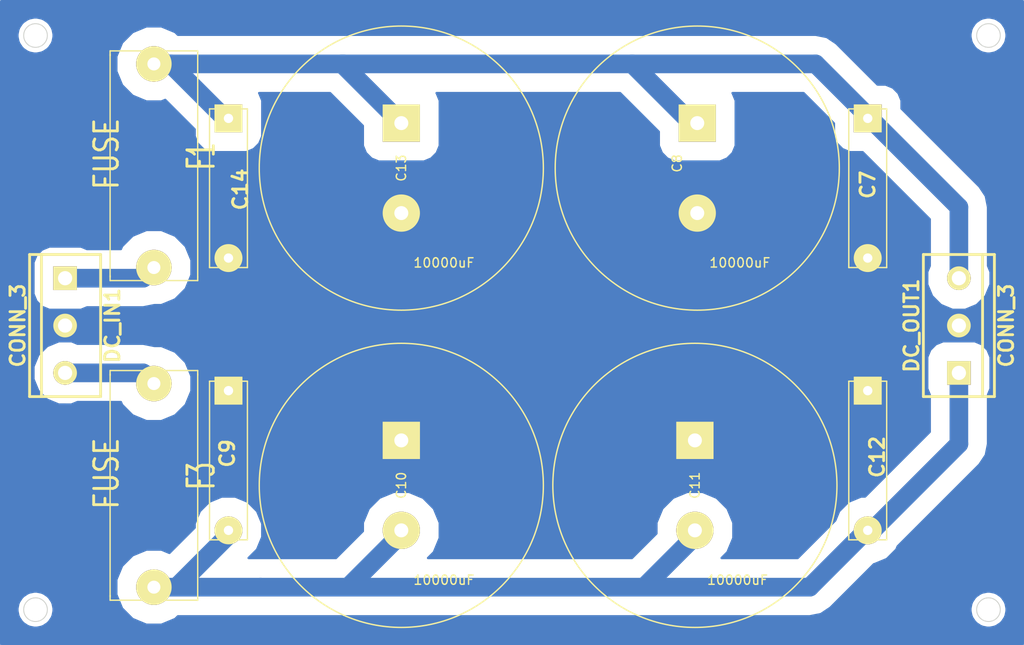
<source format=kicad_pcb>
(kicad_pcb (version 3) (host pcbnew "(2013-jul-07)-stable")

  (general
    (links 21)
    (no_connects 0)
    (area 46.6156 41.91 158.4894 111.295001)
    (thickness 1.6)
    (drawings 4)
    (tracks 62)
    (zones 0)
    (modules 12)
    (nets 6)
  )

  (page A4 portrait)
  (layers
    (15 F.Cu power)
    (0 B.Cu power)
    (17 F.Adhes user)
    (19 F.Paste user)
    (21 F.SilkS user)
    (23 F.Mask user)
    (28 Edge.Cuts user)
  )

  (setup
    (last_trace_width 2)
    (trace_clearance 2)
    (zone_clearance 0.508)
    (zone_45_only no)
    (trace_min 0.254)
    (segment_width 0.2)
    (edge_width 0.1)
    (via_size 0.889)
    (via_drill 0.635)
    (via_min_size 0.889)
    (via_min_drill 0.508)
    (uvia_size 0.508)
    (uvia_drill 0.127)
    (uvias_allowed no)
    (uvia_min_size 0.508)
    (uvia_min_drill 0.127)
    (pcb_text_width 0.3)
    (pcb_text_size 1.5 1.5)
    (mod_edge_width 0.15)
    (mod_text_size 1 1)
    (mod_text_width 0.15)
    (pad_size 4 4)
    (pad_drill 1.5)
    (pad_to_mask_clearance 0.2)
    (solder_mask_min_width 0.3)
    (aux_axis_origin 0 0)
    (visible_elements FFFFFFBF)
    (pcbplotparams
      (layerselection 8388609)
      (usegerberextensions false)
      (excludeedgelayer false)
      (linewidth 0.150000)
      (plotframeref false)
      (viasonmask false)
      (mode 1)
      (useauxorigin false)
      (hpglpennumber 1)
      (hpglpenspeed 20)
      (hpglpendiameter 15)
      (hpglpenoverlay 2)
      (psnegative false)
      (psa4output false)
      (plotreference true)
      (plotvalue true)
      (plotothertext true)
      (plotinvisibletext false)
      (padsonsilk false)
      (subtractmaskfromsilk false)
      (outputformat 5)
      (mirror false)
      (drillshape 1)
      (scaleselection 1)
      (outputdirectory output/))
  )

  (net 0 "")
  (net 1 N-000001)
  (net 2 N-000002)
  (net 3 N-000003)
  (net 4 N-000004)
  (net 5 N-000005)

  (net_class Default "This is the default net class."
    (clearance 2)
    (trace_width 2)
    (via_dia 0.889)
    (via_drill 0.635)
    (uvia_dia 0.508)
    (uvia_drill 0.127)
    (add_net "")
    (add_net N-000001)
    (add_net N-000002)
    (add_net N-000003)
    (add_net N-000004)
    (add_net N-000005)
  )

  (module bornier3 (layer F.Cu) (tedit 3EC0ECFA) (tstamp 541D6DA6)
    (at 54.61 76.835 270)
    (descr "Bornier d'alimentation 3 pins")
    (tags DEV)
    (path /52497BBA)
    (fp_text reference DC_IN1 (at 0 -5.08 270) (layer F.SilkS)
      (effects (font (size 1.524 1.524) (thickness 0.3048)))
    )
    (fp_text value CONN_3 (at 0 5.08 270) (layer F.SilkS)
      (effects (font (size 1.524 1.524) (thickness 0.3048)))
    )
    (fp_line (start -7.62 3.81) (end -7.62 -3.81) (layer F.SilkS) (width 0.3048))
    (fp_line (start 7.62 3.81) (end 7.62 -3.81) (layer F.SilkS) (width 0.3048))
    (fp_line (start -7.62 2.54) (end 7.62 2.54) (layer F.SilkS) (width 0.3048))
    (fp_line (start -7.62 -3.81) (end 7.62 -3.81) (layer F.SilkS) (width 0.3048))
    (fp_line (start -7.62 3.81) (end 7.62 3.81) (layer F.SilkS) (width 0.3048))
    (pad 1 thru_hole rect (at -5.08 0 270) (size 2.54 2.54) (drill 1.524)
      (layers *.Cu *.Mask F.SilkS)
      (net 2 N-000002)
    )
    (pad 2 thru_hole circle (at 0 0 270) (size 2.54 2.54) (drill 1.524)
      (layers *.Cu *.Mask F.SilkS)
      (net 5 N-000005)
    )
    (pad 3 thru_hole circle (at 5.08 0 270) (size 2.54 2.54) (drill 1.524)
      (layers *.Cu *.Mask F.SilkS)
      (net 3 N-000003)
    )
    (model device/bornier_3.wrl
      (at (xyz 0 0 0))
      (scale (xyz 1 1 1))
      (rotate (xyz 0 0 0))
    )
  )

  (module bornier3 (layer F.Cu) (tedit 3EC0ECFA) (tstamp 541D6DB2)
    (at 150.495 76.835 90)
    (descr "Bornier d'alimentation 3 pins")
    (tags DEV)
    (path /5249832A)
    (fp_text reference DC_OUT1 (at 0 -5.08 90) (layer F.SilkS)
      (effects (font (size 1.524 1.524) (thickness 0.3048)))
    )
    (fp_text value CONN_3 (at 0 5.08 90) (layer F.SilkS)
      (effects (font (size 1.524 1.524) (thickness 0.3048)))
    )
    (fp_line (start -7.62 3.81) (end -7.62 -3.81) (layer F.SilkS) (width 0.3048))
    (fp_line (start 7.62 3.81) (end 7.62 -3.81) (layer F.SilkS) (width 0.3048))
    (fp_line (start -7.62 2.54) (end 7.62 2.54) (layer F.SilkS) (width 0.3048))
    (fp_line (start -7.62 -3.81) (end 7.62 -3.81) (layer F.SilkS) (width 0.3048))
    (fp_line (start -7.62 3.81) (end 7.62 3.81) (layer F.SilkS) (width 0.3048))
    (pad 1 thru_hole rect (at -5.08 0 90) (size 2.54 2.54) (drill 1.524)
      (layers *.Cu *.Mask F.SilkS)
      (net 1 N-000001)
    )
    (pad 2 thru_hole circle (at 0 0 90) (size 2.54 2.54) (drill 1.524)
      (layers *.Cu *.Mask F.SilkS)
      (net 5 N-000005)
    )
    (pad 3 thru_hole circle (at 5.08 0 90) (size 2.54 2.54) (drill 1.524)
      (layers *.Cu *.Mask F.SilkS)
      (net 4 N-000004)
    )
    (model device/bornier_3.wrl
      (at (xyz 0 0 0))
      (scale (xyz 1 1 1))
      (rotate (xyz 0 0 0))
    )
  )

  (module CP6 (layer F.Cu) (tedit 54367F69) (tstamp 524ACEC0)
    (at 72.136 91.44 270)
    (descr "Condensateur polarise")
    (tags CP)
    (path /52497DBA)
    (fp_text reference C9 (at -0.889 0.127 270) (layer F.SilkS)
      (effects (font (size 1.524 1.524) (thickness 0.3048)))
    )
    (fp_text value 100nF (at 0.635 0 270) (layer F.SilkS) hide
      (effects (font (size 1.524 1.524) (thickness 0.3048)))
    )
    (fp_line (start 8.382 -2.032) (end -8.636 -2.032) (layer F.SilkS) (width 0.15))
    (fp_line (start -8.636 2.032) (end 8.382 2.032) (layer F.SilkS) (width 0.15))
    (fp_line (start -8.636 0) (end -8.636 2.032) (layer F.SilkS) (width 0.15))
    (fp_line (start -8.636 0) (end -8.636 -2.032) (layer F.SilkS) (width 0.15))
    (fp_line (start 8.382 0) (end 8.382 2.032) (layer F.SilkS) (width 0.15))
    (fp_line (start 8.382 0) (end 8.382 -2.032) (layer F.SilkS) (width 0.15))
    (pad 1 thru_hole rect (at -7.62 0 270) (size 3 3) (drill 1)
      (layers *.Cu *.Mask F.SilkS)
      (net 5 N-000005)
    )
    (pad 2 thru_hole circle (at 7.366 0 270) (size 3 3) (drill 1)
      (layers *.Cu *.Mask F.SilkS)
      (net 1 N-000001)
    )
    (model discret/c_pol.wrl
      (at (xyz 0 0 0))
      (scale (xyz 0.6 0.6 0.6))
      (rotate (xyz 0 0 0))
    )
  )

  (module CP6 (layer F.Cu) (tedit 54367F32) (tstamp 5262D1E2)
    (at 140.716 91.44 270)
    (descr "Condensateur polarise")
    (tags CP)
    (path /52626331)
    (fp_text reference C12 (at -0.508 -1.016 270) (layer F.SilkS)
      (effects (font (size 1.524 1.524) (thickness 0.3048)))
    )
    (fp_text value 100nF (at 0.635 0 270) (layer F.SilkS) hide
      (effects (font (size 1.524 1.524) (thickness 0.3048)))
    )
    (fp_line (start 8.382 -2.032) (end -8.636 -2.032) (layer F.SilkS) (width 0.15))
    (fp_line (start -8.636 2.032) (end 8.382 2.032) (layer F.SilkS) (width 0.15))
    (fp_line (start -8.636 0) (end -8.636 2.032) (layer F.SilkS) (width 0.15))
    (fp_line (start -8.636 0) (end -8.636 -2.032) (layer F.SilkS) (width 0.15))
    (fp_line (start 8.382 0) (end 8.382 2.032) (layer F.SilkS) (width 0.15))
    (fp_line (start 8.382 0) (end 8.382 -2.032) (layer F.SilkS) (width 0.15))
    (pad 1 thru_hole rect (at -7.62 0 270) (size 3 3) (drill 1)
      (layers *.Cu *.Mask F.SilkS)
      (net 5 N-000005)
    )
    (pad 2 thru_hole circle (at 7.366 0 270) (size 3 3) (drill 1)
      (layers *.Cu *.Mask F.SilkS)
      (net 1 N-000001)
    )
    (model discret/c_pol.wrl
      (at (xyz 0 0 0))
      (scale (xyz 0.6 0.6 0.6))
      (rotate (xyz 0 0 0))
    )
  )

  (module CP6 (layer F.Cu) (tedit 54367F45) (tstamp 524ACEB5)
    (at 140.716 62.23 270)
    (descr "Condensateur polarise")
    (tags CP)
    (path /52497DB4)
    (fp_text reference C7 (at -0.508 0 270) (layer F.SilkS)
      (effects (font (size 1.524 1.524) (thickness 0.3048)))
    )
    (fp_text value 100nF (at 0.635 0 270) (layer F.SilkS) hide
      (effects (font (size 1.524 1.524) (thickness 0.3048)))
    )
    (fp_line (start 8.382 -2.032) (end -8.636 -2.032) (layer F.SilkS) (width 0.15))
    (fp_line (start -8.636 2.032) (end 8.382 2.032) (layer F.SilkS) (width 0.15))
    (fp_line (start -8.636 0) (end -8.636 2.032) (layer F.SilkS) (width 0.15))
    (fp_line (start -8.636 0) (end -8.636 -2.032) (layer F.SilkS) (width 0.15))
    (fp_line (start 8.382 0) (end 8.382 2.032) (layer F.SilkS) (width 0.15))
    (fp_line (start 8.382 0) (end 8.382 -2.032) (layer F.SilkS) (width 0.15))
    (pad 1 thru_hole rect (at -7.62 0 270) (size 3 3) (drill 1)
      (layers *.Cu *.Mask F.SilkS)
      (net 4 N-000004)
    )
    (pad 2 thru_hole circle (at 7.366 0 270) (size 3 3) (drill 1)
      (layers *.Cu *.Mask F.SilkS)
      (net 5 N-000005)
    )
    (model discret/c_pol.wrl
      (at (xyz 0 0 0))
      (scale (xyz 0.6 0.6 0.6))
      (rotate (xyz 0 0 0))
    )
  )

  (module CP6 (layer F.Cu) (tedit 54367F57) (tstamp 524ACEEC)
    (at 72.136 62.23 270)
    (descr "Condensateur polarise")
    (tags CP)
    (path /52626311)
    (fp_text reference C14 (at 0 -1.27 270) (layer F.SilkS)
      (effects (font (size 1.524 1.524) (thickness 0.3048)))
    )
    (fp_text value 100nF (at 0.635 0 270) (layer F.SilkS) hide
      (effects (font (size 1.524 1.524) (thickness 0.3048)))
    )
    (fp_line (start 8.382 -2.032) (end -8.636 -2.032) (layer F.SilkS) (width 0.15))
    (fp_line (start -8.636 2.032) (end 8.382 2.032) (layer F.SilkS) (width 0.15))
    (fp_line (start -8.636 0) (end -8.636 2.032) (layer F.SilkS) (width 0.15))
    (fp_line (start -8.636 0) (end -8.636 -2.032) (layer F.SilkS) (width 0.15))
    (fp_line (start 8.382 0) (end 8.382 2.032) (layer F.SilkS) (width 0.15))
    (fp_line (start 8.382 0) (end 8.382 -2.032) (layer F.SilkS) (width 0.15))
    (pad 1 thru_hole rect (at -7.62 0 270) (size 3 3) (drill 1)
      (layers *.Cu *.Mask F.SilkS)
      (net 4 N-000004)
    )
    (pad 2 thru_hole circle (at 7.366 0 270) (size 3 3) (drill 1)
      (layers *.Cu *.Mask F.SilkS)
      (net 5 N-000005)
    )
    (model discret/c_pol.wrl
      (at (xyz 0 0 0))
      (scale (xyz 0.6 0.6 0.6))
      (rotate (xyz 0 0 0))
    )
  )

  (module capacitor_big (layer F.Cu) (tedit 54367EF9) (tstamp 52861149)
    (at 90.678 59.944 270)
    (path /5262630B)
    (fp_text reference C13 (at 0 0 270) (layer F.SilkS)
      (effects (font (size 1 1) (thickness 0.15)))
    )
    (fp_text value 10000uF (at 10.16 -4.572 360) (layer F.SilkS)
      (effects (font (size 1 1) (thickness 0.15)))
    )
    (fp_circle (center 0 0) (end 15.24 0) (layer F.SilkS) (width 0.15))
    (pad 2 thru_hole circle (at 4.826 0 270) (size 4 4) (drill 1.5)
      (layers *.Cu *.Mask F.SilkS)
      (net 5 N-000005)
    )
    (pad 1 thru_hole rect (at -4.826 0 270) (size 4 4) (drill 1.5)
      (layers *.Cu *.Mask F.SilkS)
      (net 4 N-000004)
    )
  )

  (module capacitor_big (layer F.Cu) (tedit 54367F20) (tstamp 524ACED6)
    (at 122.174 93.98 270)
    (path /52626317)
    (fp_text reference C11 (at 0 0 270) (layer F.SilkS)
      (effects (font (size 1 1) (thickness 0.15)))
    )
    (fp_text value 10000uF (at 10.16 -4.572 360) (layer F.SilkS)
      (effects (font (size 1 1) (thickness 0.15)))
    )
    (fp_circle (center 0 0) (end 15.24 0) (layer F.SilkS) (width 0.15))
    (pad 2 thru_hole circle (at 4.826 0 270) (size 4 4) (drill 1.5)
      (layers *.Cu *.Mask F.SilkS)
      (net 1 N-000001)
    )
    (pad 1 thru_hole rect (at -4.826 0 270) (size 4 4) (drill 1.5)
      (layers *.Cu *.Mask F.SilkS)
      (net 5 N-000005)
    )
  )

  (module capacitor_big (layer F.Cu) (tedit 543680D9) (tstamp 52861141)
    (at 122.428 59.944 270)
    (path /52497D8D)
    (fp_text reference C8 (at -0.508 2.159 270) (layer F.SilkS)
      (effects (font (size 1 1) (thickness 0.15)))
    )
    (fp_text value 10000uF (at 10.16 -4.572 360) (layer F.SilkS)
      (effects (font (size 1 1) (thickness 0.15)))
    )
    (fp_circle (center 0 0) (end 15.24 0) (layer F.SilkS) (width 0.15))
    (pad 2 thru_hole circle (at 4.826 0 270) (size 4 4) (drill 1.5)
      (layers *.Cu *.Mask F.SilkS)
      (net 5 N-000005)
    )
    (pad 1 thru_hole rect (at -4.826 0 270) (size 4 4) (drill 1.5)
      (layers *.Cu *.Mask F.SilkS)
      (net 4 N-000004)
    )
  )

  (module capacitor_big (layer F.Cu) (tedit 54367F0E) (tstamp 524ACE53)
    (at 90.678 93.98 270)
    (path /52497D9A)
    (fp_text reference C10 (at 0 0 270) (layer F.SilkS)
      (effects (font (size 1 1) (thickness 0.15)))
    )
    (fp_text value 10000uF (at 10.16 -4.572 360) (layer F.SilkS)
      (effects (font (size 1 1) (thickness 0.15)))
    )
    (fp_circle (center 0 0) (end 15.24 0) (layer F.SilkS) (width 0.15))
    (pad 2 thru_hole circle (at 4.826 0 270) (size 4 4) (drill 1.5)
      (layers *.Cu *.Mask F.SilkS)
      (net 1 N-000001)
    )
    (pad 1 thru_hole rect (at -4.826 0 270) (size 4 4) (drill 1.5)
      (layers *.Cu *.Mask F.SilkS)
      (net 5 N-000005)
    )
  )

  (module FUSE5-20 (layer F.Cu) (tedit 54367DCE) (tstamp 52507148)
    (at 64.135 93.98 90)
    (descr "Support fusible 5 x 20")
    (tags DEV)
    (path /52507087)
    (fp_text reference F3 (at 1.016 5.08 90) (layer F.SilkS)
      (effects (font (size 2.83464 1.59512) (thickness 0.3048)))
    )
    (fp_text value FUSE (at 1.27 -5.08 90) (layer F.SilkS)
      (effects (font (size 2.54 2.032) (thickness 0.3048)))
    )
    (fp_line (start -12.319 0) (end -12.319 4.699) (layer F.SilkS) (width 0.15))
    (fp_line (start -12.319 4.699) (end -11.938 4.699) (layer F.SilkS) (width 0.15))
    (fp_line (start -12.319 0) (end -12.319 -4.699) (layer F.SilkS) (width 0.15))
    (fp_line (start -12.319 -4.699) (end -11.811 -4.699) (layer F.SilkS) (width 0.15))
    (fp_line (start 12.319 0) (end 12.319 4.699) (layer F.SilkS) (width 0.15))
    (fp_line (start 12.319 4.699) (end 11.938 4.699) (layer F.SilkS) (width 0.15))
    (fp_line (start 11.938 4.699) (end 11.811 4.699) (layer F.SilkS) (width 0.15))
    (fp_line (start 12.319 0) (end 12.319 -4.699) (layer F.SilkS) (width 0.15))
    (fp_line (start 12.319 -4.699) (end 11.811 -4.699) (layer F.SilkS) (width 0.15))
    (fp_line (start 0 4.699) (end -11.938 4.699) (layer F.SilkS) (width 0.15))
    (fp_line (start 0 4.699) (end 11.938 4.699) (layer F.SilkS) (width 0.15))
    (fp_line (start 0 -4.699) (end -11.938 -4.699) (layer F.SilkS) (width 0.15))
    (fp_line (start 0 -4.699) (end 11.938 -4.699) (layer F.SilkS) (width 0.15))
    (pad 1 thru_hole circle (at -10.922 0 90) (size 3.81 3.81) (drill 1.397)
      (layers *.Cu *.Mask F.SilkS)
      (net 1 N-000001)
    )
    (pad 2 thru_hole circle (at 10.922 0 90) (size 3.81 3.81) (drill 1.397)
      (layers *.Cu *.Mask F.SilkS)
      (net 3 N-000003)
    )
  )

  (module FUSE5-20 (layer F.Cu) (tedit 54367DCE) (tstamp 5250712C)
    (at 64.135 59.69 90)
    (descr "Support fusible 5 x 20")
    (tags DEV)
    (path /52507074)
    (fp_text reference F1 (at 1.016 5.08 90) (layer F.SilkS)
      (effects (font (size 2.83464 1.59512) (thickness 0.3048)))
    )
    (fp_text value FUSE (at 1.27 -5.08 90) (layer F.SilkS)
      (effects (font (size 2.54 2.032) (thickness 0.3048)))
    )
    (fp_line (start -12.319 0) (end -12.319 4.699) (layer F.SilkS) (width 0.15))
    (fp_line (start -12.319 4.699) (end -11.938 4.699) (layer F.SilkS) (width 0.15))
    (fp_line (start -12.319 0) (end -12.319 -4.699) (layer F.SilkS) (width 0.15))
    (fp_line (start -12.319 -4.699) (end -11.811 -4.699) (layer F.SilkS) (width 0.15))
    (fp_line (start 12.319 0) (end 12.319 4.699) (layer F.SilkS) (width 0.15))
    (fp_line (start 12.319 4.699) (end 11.938 4.699) (layer F.SilkS) (width 0.15))
    (fp_line (start 11.938 4.699) (end 11.811 4.699) (layer F.SilkS) (width 0.15))
    (fp_line (start 12.319 0) (end 12.319 -4.699) (layer F.SilkS) (width 0.15))
    (fp_line (start 12.319 -4.699) (end 11.811 -4.699) (layer F.SilkS) (width 0.15))
    (fp_line (start 0 4.699) (end -11.938 4.699) (layer F.SilkS) (width 0.15))
    (fp_line (start 0 4.699) (end 11.938 4.699) (layer F.SilkS) (width 0.15))
    (fp_line (start 0 -4.699) (end -11.938 -4.699) (layer F.SilkS) (width 0.15))
    (fp_line (start 0 -4.699) (end 11.938 -4.699) (layer F.SilkS) (width 0.15))
    (pad 1 thru_hole circle (at -10.922 0 90) (size 3.81 3.81) (drill 1.397)
      (layers *.Cu *.Mask F.SilkS)
      (net 2 N-000002)
    )
    (pad 2 thru_hole circle (at 10.922 0 90) (size 3.81 3.81) (drill 1.397)
      (layers *.Cu *.Mask F.SilkS)
      (net 4 N-000004)
    )
  )

  (gr_circle (center 51.435 45.72) (end 52.705 45.72) (layer Edge.Cuts) (width 0.1))
  (gr_circle (center 51.435 107.315) (end 52.705 107.315) (layer Edge.Cuts) (width 0.1))
  (gr_circle (center 153.67 107.315) (end 154.94 107.315) (layer Edge.Cuts) (width 0.1))
  (gr_circle (center 153.67 45.72) (end 154.94 45.72) (layer Edge.Cuts) (width 0.1))

  (segment (start 122.174 98.806) (end 122.174 99.441) (width 2) (layer B.Cu) (net 1))
  (segment (start 122.174 99.441) (end 116.713 104.902) (width 2) (layer B.Cu) (net 1) (tstamp 5585C75C))
  (segment (start 140.716 98.806) (end 140.589 98.806) (width 2) (layer B.Cu) (net 1))
  (segment (start 140.589 98.806) (end 134.493 104.902) (width 2) (layer B.Cu) (net 1) (tstamp 5585C754))
  (segment (start 140.716 98.806) (end 141.224 98.806) (width 2) (layer B.Cu) (net 1))
  (segment (start 141.224 98.806) (end 150.495 89.535) (width 2) (layer B.Cu) (net 1) (tstamp 5585C74D))
  (segment (start 72.136 98.806) (end 72.136 99.314) (width 2) (layer B.Cu) (net 1))
  (segment (start 72.136 99.314) (end 66.548 104.902) (width 2) (layer B.Cu) (net 1) (tstamp 5585C745))
  (segment (start 90.678 98.806) (end 90.678 99.187) (width 2) (layer B.Cu) (net 1) (status 30))
  (segment (start 90.678 99.187) (end 84.963 104.902) (width 2) (layer B.Cu) (net 1) (tstamp 5585C737) (status 10))
  (segment (start 64.135 104.902) (end 66.548 104.902) (width 2) (layer B.Cu) (net 1))
  (segment (start 66.548 104.902) (end 75.565 104.902) (width 2) (layer B.Cu) (net 1) (tstamp 5585C748))
  (segment (start 75.565 104.902) (end 84.963 104.902) (width 2) (layer B.Cu) (net 1) (tstamp 54367EAD))
  (segment (start 84.963 104.902) (end 116.713 104.902) (width 2) (layer B.Cu) (net 1) (tstamp 5585C73C))
  (segment (start 116.713 104.902) (end 126.619 104.902) (width 2) (layer B.Cu) (net 1) (tstamp 5585C75F))
  (segment (start 126.619 104.902) (end 134.493 104.902) (width 2) (layer B.Cu) (net 1) (tstamp 54367EB9))
  (segment (start 150.495 89.535) (end 150.495 81.915) (width 2) (layer B.Cu) (net 1) (tstamp 5585C752))
  (segment (start 54.61 71.755) (end 62.992 71.755) (width 2) (layer B.Cu) (net 2))
  (segment (start 62.992 71.755) (end 64.135 70.612) (width 2) (layer B.Cu) (net 2) (tstamp 54367E51))
  (segment (start 54.61 81.915) (end 62.992 81.915) (width 2) (layer B.Cu) (net 3))
  (segment (start 62.992 81.915) (end 64.135 83.058) (width 2) (layer B.Cu) (net 3) (tstamp 54367E55))
  (segment (start 72.136 54.61) (end 71.755 54.61) (width 2) (layer B.Cu) (net 4))
  (segment (start 65.913 48.768) (end 64.135 48.768) (width 2) (layer B.Cu) (net 4) (tstamp 5585C70C))
  (segment (start 71.755 54.61) (end 65.913 48.768) (width 2) (layer B.Cu) (net 4) (tstamp 5585C70A))
  (segment (start 90.678 55.118) (end 84.328 48.768) (width 2) (layer B.Cu) (net 4))
  (segment (start 84.455 48.895) (end 84.455 48.768) (width 2) (layer B.Cu) (net 4) (tstamp 5585C705))
  (segment (start 84.328 48.768) (end 84.455 48.895) (width 2) (layer B.Cu) (net 4) (tstamp 5585C703))
  (segment (start 122.428 55.118) (end 121.793 55.118) (width 2) (layer B.Cu) (net 4))
  (segment (start 121.793 55.118) (end 115.443 48.768) (width 2) (layer B.Cu) (net 4) (tstamp 5585C6FE))
  (segment (start 140.716 54.61) (end 140.716 54.356) (width 2) (layer B.Cu) (net 4))
  (segment (start 140.716 54.356) (end 135.128 48.768) (width 2) (layer B.Cu) (net 4) (tstamp 5585C6F6))
  (segment (start 140.716 54.61) (end 140.97 54.61) (width 2) (layer B.Cu) (net 4))
  (segment (start 140.97 54.61) (end 150.495 64.135) (width 2) (layer B.Cu) (net 4) (tstamp 5585C6ED))
  (segment (start 64.135 48.768) (end 84.455 48.768) (width 2) (layer B.Cu) (net 4))
  (segment (start 84.455 48.768) (end 115.443 48.768) (width 2) (layer B.Cu) (net 4) (tstamp 5585C706))
  (segment (start 115.443 48.768) (end 135.128 48.768) (width 2) (layer B.Cu) (net 4) (tstamp 5585C701))
  (segment (start 150.495 64.135) (end 150.495 71.755) (width 2) (layer B.Cu) (net 4) (tstamp 5585C6F4))
  (segment (start 72.136 83.82) (end 72.39 83.82) (width 2) (layer B.Cu) (net 5))
  (segment (start 72.39 83.82) (end 79.375 76.835) (width 2) (layer B.Cu) (net 5) (tstamp 5585C726))
  (segment (start 72.136 69.596) (end 79.375 76.835) (width 2) (layer B.Cu) (net 5))
  (segment (start 79.375 76.835) (end 78.74 76.835) (width 2) (layer B.Cu) (net 5) (tstamp 5585C721))
  (segment (start 90.678 89.154) (end 90.678 89.027) (width 2) (layer B.Cu) (net 5) (status 30))
  (segment (start 102.87 76.835) (end 102.87 76.2) (width 2) (layer B.Cu) (net 5) (tstamp 5585C71D))
  (segment (start 90.678 89.027) (end 102.87 76.835) (width 2) (layer B.Cu) (net 5) (tstamp 5585C71B) (status 10))
  (segment (start 90.678 64.77) (end 91.44 64.77) (width 2) (layer B.Cu) (net 5))
  (segment (start 91.44 64.77) (end 102.87 76.2) (width 2) (layer B.Cu) (net 5) (tstamp 5585C70F))
  (segment (start 102.87 76.2) (end 103.505 76.835) (width 2) (layer B.Cu) (net 5) (tstamp 5585C71E))
  (segment (start 122.428 64.77) (end 122.428 65.913) (width 2) (layer B.Cu) (net 5))
  (segment (start 122.428 65.913) (end 133.35 76.835) (width 2) (layer B.Cu) (net 5) (tstamp 5585C6E1))
  (segment (start 122.174 89.154) (end 122.174 88.392) (width 2) (layer B.Cu) (net 5))
  (segment (start 122.174 88.392) (end 133.731 76.835) (width 2) (layer B.Cu) (net 5) (tstamp 5585C6D1))
  (segment (start 133.35 76.835) (end 133.731 76.835) (width 2) (layer B.Cu) (net 5))
  (segment (start 133.731 76.835) (end 140.716 83.82) (width 2) (layer B.Cu) (net 5) (tstamp 5585C6C8))
  (segment (start 140.716 69.596) (end 140.589 69.596) (width 2) (layer B.Cu) (net 5))
  (segment (start 140.589 69.596) (end 133.35 76.835) (width 2) (layer B.Cu) (net 5) (tstamp 5585C6C0))
  (segment (start 108.585 76.835) (end 109.22 76.835) (width 2) (layer B.Cu) (net 5))
  (segment (start 109.22 76.835) (end 109.982 76.835) (width 2) (layer B.Cu) (net 5) (tstamp 54366C31))
  (segment (start 54.61 76.835) (end 78.74 76.835) (width 2) (layer B.Cu) (net 5))
  (segment (start 78.74 76.835) (end 103.505 76.835) (width 2) (layer B.Cu) (net 5) (tstamp 5585C724))
  (segment (start 103.505 76.835) (end 108.585 76.835) (width 2) (layer B.Cu) (net 5) (tstamp 5585C713))
  (segment (start 109.982 76.835) (end 133.35 76.835) (width 2) (layer B.Cu) (net 5) (tstamp 541D746D))
  (segment (start 133.35 76.835) (end 150.495 76.835) (width 2) (layer B.Cu) (net 5) (tstamp 5585C6C6))

  (zone (net 5) (net_name N-000005) (layer B.Cu) (tstamp 5585C817) (hatch edge 0.508)
    (connect_pads yes (clearance 0.508))
    (min_thickness 0.254)
    (fill (arc_segments 16) (thermal_gap 0.508) (thermal_bridge_width 0.508))
    (polygon
      (pts
        (xy 157.48 111.125) (xy 47.625 111.125) (xy 47.625 41.91) (xy 157.48 41.91)
      )
    )
    (filled_polygon
      (pts
        (xy 157.353 110.998) (xy 155.61153 110.998) (xy 155.61153 107.447967) (xy 155.611413 107.315) (xy 155.61153 107.182033)
        (xy 155.61153 45.852967) (xy 155.611413 45.72) (xy 155.61153 45.587033) (xy 155.611296 45.585851) (xy 155.611296 45.585693)
        (xy 155.611236 45.585548) (xy 155.515281 45.100941) (xy 155.413215 44.853924) (xy 155.411653 44.852359) (xy 155.138275 44.442447)
        (xy 155.137489 44.440552) (xy 154.948334 44.251726) (xy 154.537605 43.977804) (xy 154.53616 43.976361) (xy 154.289142 43.874294)
        (xy 153.803051 43.778046) (xy 153.535777 43.778279) (xy 153.533752 43.779119) (xy 153.050941 43.874719) (xy 152.803924 43.976785)
        (xy 152.802359 43.978346) (xy 152.392447 44.251724) (xy 152.390552 44.252511) (xy 152.201726 44.441666) (xy 151.927804 44.852394)
        (xy 151.926361 44.85384) (xy 151.824294 45.100858) (xy 151.728046 45.586949) (xy 151.728161 45.72) (xy 151.728046 45.853051)
        (xy 151.824294 46.339142) (xy 151.926361 46.58616) (xy 151.927804 46.587605) (xy 152.201726 46.998334) (xy 152.390552 47.187489)
        (xy 152.392447 47.188275) (xy 152.802359 47.461653) (xy 152.803924 47.463215) (xy 153.050941 47.565281) (xy 153.533752 47.66088)
        (xy 153.535777 47.661721) (xy 153.803051 47.661954) (xy 154.289142 47.565706) (xy 154.53616 47.463639) (xy 154.537605 47.462195)
        (xy 154.948334 47.188274) (xy 155.137489 46.999448) (xy 155.138275 46.997552) (xy 155.411653 46.58764) (xy 155.413215 46.586076)
        (xy 155.515281 46.339059) (xy 155.611236 45.854451) (xy 155.611296 45.854307) (xy 155.611296 45.854148) (xy 155.61153 45.852967)
        (xy 155.61153 107.182033) (xy 155.611296 107.180851) (xy 155.611296 107.180693) (xy 155.611236 107.180548) (xy 155.515281 106.695941)
        (xy 155.413215 106.448924) (xy 155.411653 106.447359) (xy 155.138275 106.037447) (xy 155.137489 106.035552) (xy 154.948334 105.846726)
        (xy 154.537605 105.572804) (xy 154.53616 105.571361) (xy 154.289142 105.469294) (xy 153.892588 105.390774) (xy 153.892588 71.082259)
        (xy 153.622 70.427385) (xy 153.622 64.135) (xy 153.383971 62.938349) (xy 152.706123 61.923877) (xy 144.343368 53.561122)
        (xy 144.343368 52.68877) (xy 144.020234 51.906726) (xy 143.422422 51.307869) (xy 142.640943 50.983371) (xy 141.79477 50.982632)
        (xy 141.764878 50.982632) (xy 137.339123 46.556877) (xy 136.324651 45.879029) (xy 135.128 45.641) (xy 115.443 45.641)
        (xy 84.455 45.641) (xy 84.328 45.641) (xy 66.710591 45.641) (xy 66.421926 45.35183) (xy 64.940533 44.736702)
        (xy 63.336504 44.735302) (xy 61.85404 45.347844) (xy 60.71883 46.481074) (xy 60.103702 47.962467) (xy 60.102302 49.566496)
        (xy 60.714844 51.04896) (xy 61.848074 52.18417) (xy 63.329467 52.799298) (xy 64.933496 52.800698) (xy 65.350959 52.628205)
        (xy 68.508632 55.785877) (xy 68.508632 56.53123) (xy 68.831766 57.313274) (xy 69.429578 57.912131) (xy 70.211057 58.236629)
        (xy 71.05723 58.237368) (xy 74.05723 58.237368) (xy 74.839274 57.914234) (xy 75.438131 57.316422) (xy 75.762629 56.534943)
        (xy 75.763368 55.68877) (xy 75.763368 52.68877) (xy 75.440234 51.906726) (xy 75.428528 51.895) (xy 83.032754 51.895)
        (xy 86.550632 55.412878) (xy 86.550632 57.53923) (xy 86.873766 58.321274) (xy 87.471578 58.920131) (xy 88.253057 59.244629)
        (xy 89.09923 59.245368) (xy 93.09923 59.245368) (xy 93.881274 58.922234) (xy 94.480131 58.324422) (xy 94.804629 57.542943)
        (xy 94.805368 56.69677) (xy 94.805368 52.69677) (xy 94.482234 51.914726) (xy 94.462542 51.895) (xy 114.147753 51.895)
        (xy 118.300632 56.047878) (xy 118.300632 57.53923) (xy 118.623766 58.321274) (xy 119.221578 58.920131) (xy 120.003057 59.244629)
        (xy 120.84923 59.245368) (xy 124.84923 59.245368) (xy 125.631274 58.922234) (xy 126.230131 58.324422) (xy 126.554629 57.542943)
        (xy 126.555368 56.69677) (xy 126.555368 52.69677) (xy 126.232234 51.914726) (xy 126.212542 51.895) (xy 133.832753 51.895)
        (xy 137.088632 55.150878) (xy 137.088632 56.53123) (xy 137.411766 57.313274) (xy 138.009578 57.912131) (xy 138.791057 58.236629)
        (xy 139.63723 58.237368) (xy 140.175122 58.237368) (xy 147.368 65.430246) (xy 147.368 70.427522) (xy 147.098591 71.076331)
        (xy 147.097412 72.427741) (xy 147.613484 73.676732) (xy 148.568242 74.633157) (xy 149.816331 75.151409) (xy 151.167741 75.152588)
        (xy 152.416732 74.636516) (xy 153.373157 73.681758) (xy 153.891409 72.433669) (xy 153.892588 71.082259) (xy 153.892588 105.390774)
        (xy 153.892368 105.390731) (xy 153.892368 82.76377) (xy 153.892368 80.22377) (xy 153.569234 79.441726) (xy 152.971422 78.842869)
        (xy 152.189943 78.518371) (xy 151.34377 78.517632) (xy 148.80377 78.517632) (xy 148.021726 78.840766) (xy 147.422869 79.438578)
        (xy 147.098371 80.220057) (xy 147.097632 81.06623) (xy 147.097632 83.60623) (xy 147.368 84.26057) (xy 147.368 88.239754)
        (xy 140.429005 95.178748) (xy 139.99771 95.178372) (xy 138.664154 95.729386) (xy 137.642972 96.748787) (xy 137.230411 97.742342)
        (xy 133.197754 101.775) (xy 126.619 101.775) (xy 125.041372 101.775) (xy 125.67066 101.14681) (xy 126.300281 99.630512)
        (xy 126.301714 97.988691) (xy 125.67474 96.471297) (xy 124.51481 95.30934) (xy 122.998512 94.679719) (xy 121.356691 94.678286)
        (xy 119.839297 95.30526) (xy 118.67734 96.46519) (xy 118.047719 97.981488) (xy 118.046702 99.146051) (xy 115.417754 101.775)
        (xy 93.545372 101.775) (xy 94.17466 101.14681) (xy 94.804281 99.630512) (xy 94.805714 97.988691) (xy 94.17874 96.471297)
        (xy 93.01881 95.30934) (xy 91.502512 94.679719) (xy 89.860691 94.678286) (xy 88.343297 95.30526) (xy 87.18134 96.46519)
        (xy 86.551719 97.981488) (xy 86.550924 98.891829) (xy 83.667753 101.775) (xy 75.565 101.775) (xy 74.295648 101.775)
        (xy 75.209028 100.863213) (xy 75.762369 99.53062) (xy 75.763628 98.08771) (xy 75.212614 96.754154) (xy 74.193213 95.732972)
        (xy 72.86062 95.179631) (xy 71.41771 95.178372) (xy 70.084154 95.729386) (xy 69.062972 96.748787) (xy 68.509631 98.08138)
        (xy 68.509249 98.518504) (xy 68.167698 98.860055) (xy 68.167698 82.259504) (xy 68.167698 69.813504) (xy 67.555156 68.33104)
        (xy 66.421926 67.19583) (xy 64.940533 66.580702) (xy 63.336504 66.579302) (xy 61.85404 67.191844) (xy 60.71883 68.325074)
        (xy 60.593044 68.628) (xy 56.954282 68.628) (xy 56.304943 68.358371) (xy 55.45877 68.357632) (xy 53.37653 68.357632)
        (xy 53.37653 45.852967) (xy 53.376413 45.72) (xy 53.37653 45.587033) (xy 53.376296 45.585851) (xy 53.376296 45.585693)
        (xy 53.376236 45.585548) (xy 53.280281 45.100941) (xy 53.178215 44.853924) (xy 53.176653 44.852359) (xy 52.903275 44.442447)
        (xy 52.902489 44.440552) (xy 52.713334 44.251726) (xy 52.302605 43.977804) (xy 52.30116 43.976361) (xy 52.054142 43.874294)
        (xy 51.568051 43.778046) (xy 51.300777 43.778279) (xy 51.298752 43.779119) (xy 50.815941 43.874719) (xy 50.568924 43.976785)
        (xy 50.567359 43.978346) (xy 50.157447 44.251724) (xy 50.155552 44.252511) (xy 49.966726 44.441666) (xy 49.692804 44.852394)
        (xy 49.691361 44.85384) (xy 49.589294 45.100858) (xy 49.493046 45.586949) (xy 49.493161 45.72) (xy 49.493046 45.853051)
        (xy 49.589294 46.339142) (xy 49.691361 46.58616) (xy 49.692804 46.587605) (xy 49.966726 46.998334) (xy 50.155552 47.187489)
        (xy 50.157447 47.188275) (xy 50.567359 47.461653) (xy 50.568924 47.463215) (xy 50.815941 47.565281) (xy 51.298752 47.66088)
        (xy 51.300777 47.661721) (xy 51.568051 47.661954) (xy 52.054142 47.565706) (xy 52.30116 47.463639) (xy 52.302605 47.462195)
        (xy 52.713334 47.188274) (xy 52.902489 46.999448) (xy 52.903275 46.997552) (xy 53.176653 46.58764) (xy 53.178215 46.586076)
        (xy 53.280281 46.339059) (xy 53.376236 45.854451) (xy 53.376296 45.854307) (xy 53.376296 45.854148) (xy 53.37653 45.852967)
        (xy 53.37653 68.357632) (xy 52.91877 68.357632) (xy 52.136726 68.680766) (xy 51.537869 69.278578) (xy 51.213371 70.060057)
        (xy 51.212632 70.90623) (xy 51.212632 73.44623) (xy 51.535766 74.228274) (xy 52.133578 74.827131) (xy 52.915057 75.151629)
        (xy 53.76123 75.152368) (xy 56.30123 75.152368) (xy 56.95557 74.882) (xy 62.992 74.882) (xy 64.188266 74.644047)
        (xy 64.933496 74.644698) (xy 66.41596 74.032156) (xy 67.55117 72.898926) (xy 68.166298 71.417533) (xy 68.167698 69.813504)
        (xy 68.167698 82.259504) (xy 67.555156 80.77704) (xy 66.421926 79.64183) (xy 64.940533 79.026702) (xy 64.188676 79.026045)
        (xy 64.188651 79.026029) (xy 62.992 78.788) (xy 55.937477 78.788) (xy 55.288669 78.518591) (xy 53.937259 78.517412)
        (xy 52.688268 79.033484) (xy 51.731843 79.988242) (xy 51.213591 81.236331) (xy 51.212412 82.587741) (xy 51.728484 83.836732)
        (xy 52.683242 84.793157) (xy 53.931331 85.311409) (xy 55.282741 85.312588) (xy 55.937614 85.042) (xy 60.592142 85.042)
        (xy 60.714844 85.33896) (xy 61.848074 86.47417) (xy 63.329467 87.089298) (xy 64.933496 87.090698) (xy 66.41596 86.478156)
        (xy 67.55117 85.344926) (xy 68.166298 83.863533) (xy 68.167698 82.259504) (xy 68.167698 98.860055) (xy 65.80012 101.227633)
        (xy 64.940533 100.870702) (xy 63.336504 100.869302) (xy 61.85404 101.481844) (xy 60.71883 102.615074) (xy 60.103702 104.096467)
        (xy 60.102302 105.700496) (xy 60.714844 107.18296) (xy 61.848074 108.31817) (xy 63.329467 108.933298) (xy 64.933496 108.934698)
        (xy 66.41596 108.322156) (xy 66.709628 108.029) (xy 75.565 108.029) (xy 84.963 108.029) (xy 116.713 108.029)
        (xy 126.619 108.029) (xy 134.493 108.029) (xy 135.689651 107.790971) (xy 136.704123 107.113123) (xy 141.383662 102.433583)
        (xy 141.43429 102.433628) (xy 142.767846 101.882614) (xy 143.789028 100.863213) (xy 143.931042 100.521203) (xy 152.706122 91.746124)
        (xy 152.706122 91.746123) (xy 152.706123 91.746123) (xy 153.38397 90.731652) (xy 153.383971 90.731651) (xy 153.621999 89.535001)
        (xy 153.622 89.535) (xy 153.622 84.259282) (xy 153.891629 83.609943) (xy 153.892368 82.76377) (xy 153.892368 105.390731)
        (xy 153.803051 105.373046) (xy 153.535777 105.373279) (xy 153.533752 105.374119) (xy 153.050941 105.469719) (xy 152.803924 105.571785)
        (xy 152.802359 105.573346) (xy 152.392447 105.846724) (xy 152.390552 105.847511) (xy 152.201726 106.036666) (xy 151.927804 106.447394)
        (xy 151.926361 106.44884) (xy 151.824294 106.695858) (xy 151.728046 107.181949) (xy 151.728161 107.315) (xy 151.728046 107.448051)
        (xy 151.824294 107.934142) (xy 151.926361 108.18116) (xy 151.927804 108.182605) (xy 152.201726 108.593334) (xy 152.390552 108.782489)
        (xy 152.392447 108.783275) (xy 152.802359 109.056653) (xy 152.803924 109.058215) (xy 153.050941 109.160281) (xy 153.533752 109.25588)
        (xy 153.535777 109.256721) (xy 153.803051 109.256954) (xy 154.289142 109.160706) (xy 154.53616 109.058639) (xy 154.537605 109.057195)
        (xy 154.948334 108.783274) (xy 155.137489 108.594448) (xy 155.138275 108.592552) (xy 155.411653 108.18264) (xy 155.413215 108.181076)
        (xy 155.515281 107.934059) (xy 155.611236 107.449451) (xy 155.611296 107.449307) (xy 155.611296 107.449148) (xy 155.61153 107.447967)
        (xy 155.61153 110.998) (xy 53.37653 110.998) (xy 53.37653 107.447967) (xy 53.376413 107.315) (xy 53.37653 107.182033)
        (xy 53.376296 107.180851) (xy 53.376296 107.180693) (xy 53.376236 107.180548) (xy 53.280281 106.695941) (xy 53.178215 106.448924)
        (xy 53.176653 106.447359) (xy 52.903275 106.037447) (xy 52.902489 106.035552) (xy 52.713334 105.846726) (xy 52.302605 105.572804)
        (xy 52.30116 105.571361) (xy 52.054142 105.469294) (xy 51.568051 105.373046) (xy 51.300777 105.373279) (xy 51.298752 105.374119)
        (xy 50.815941 105.469719) (xy 50.568924 105.571785) (xy 50.567359 105.573346) (xy 50.157447 105.846724) (xy 50.155552 105.847511)
        (xy 49.966726 106.036666) (xy 49.692804 106.447394) (xy 49.691361 106.44884) (xy 49.589294 106.695858) (xy 49.493046 107.181949)
        (xy 49.493161 107.315) (xy 49.493046 107.448051) (xy 49.589294 107.934142) (xy 49.691361 108.18116) (xy 49.692804 108.182605)
        (xy 49.966726 108.593334) (xy 50.155552 108.782489) (xy 50.157447 108.783275) (xy 50.567359 109.056653) (xy 50.568924 109.058215)
        (xy 50.815941 109.160281) (xy 51.298752 109.25588) (xy 51.300777 109.256721) (xy 51.568051 109.256954) (xy 52.054142 109.160706)
        (xy 52.30116 109.058639) (xy 52.302605 109.057195) (xy 52.713334 108.783274) (xy 52.902489 108.594448) (xy 52.903275 108.592552)
        (xy 53.176653 108.18264) (xy 53.178215 108.181076) (xy 53.280281 107.934059) (xy 53.376236 107.449451) (xy 53.376296 107.449307)
        (xy 53.376296 107.449148) (xy 53.37653 107.447967) (xy 53.37653 110.998) (xy 47.752 110.998) (xy 47.752 42.037)
        (xy 157.353 42.037) (xy 157.353 110.998)
      )
    )
  )
)

</source>
